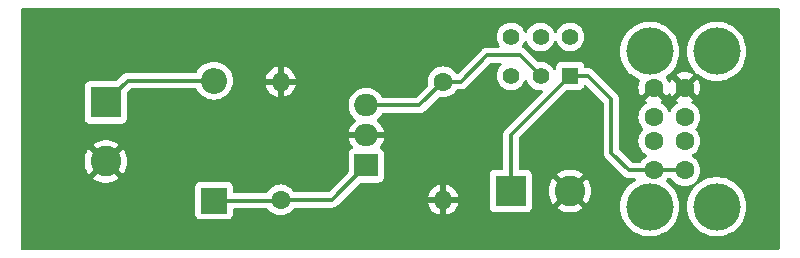
<source format=gbr>
%TF.GenerationSoftware,KiCad,Pcbnew,7.0.9*%
%TF.CreationDate,2023-12-13T20:57:07-06:00*%
%TF.ProjectId,12V to 5V converter,31325620-746f-4203-9556-20636f6e7665,1.0*%
%TF.SameCoordinates,Original*%
%TF.FileFunction,Copper,L1,Top*%
%TF.FilePolarity,Positive*%
%FSLAX46Y46*%
G04 Gerber Fmt 4.6, Leading zero omitted, Abs format (unit mm)*
G04 Created by KiCad (PCBNEW 7.0.9) date 2023-12-13 20:57:07*
%MOMM*%
%LPD*%
G01*
G04 APERTURE LIST*
%TA.AperFunction,ComponentPad*%
%ADD10C,1.600000*%
%TD*%
%TA.AperFunction,ComponentPad*%
%ADD11C,4.000000*%
%TD*%
%TA.AperFunction,ComponentPad*%
%ADD12R,2.600000X2.600000*%
%TD*%
%TA.AperFunction,ComponentPad*%
%ADD13C,2.600000*%
%TD*%
%TA.AperFunction,ComponentPad*%
%ADD14O,1.600000X1.600000*%
%TD*%
%TA.AperFunction,ComponentPad*%
%ADD15R,1.400000X1.400000*%
%TD*%
%TA.AperFunction,ComponentPad*%
%ADD16C,1.400000*%
%TD*%
%TA.AperFunction,ComponentPad*%
%ADD17R,2.000000X1.905000*%
%TD*%
%TA.AperFunction,ComponentPad*%
%ADD18O,2.000000X1.905000*%
%TD*%
%TA.AperFunction,ComponentPad*%
%ADD19R,2.200000X2.200000*%
%TD*%
%TA.AperFunction,ComponentPad*%
%ADD20O,2.200000X2.200000*%
%TD*%
%TA.AperFunction,Conductor*%
%ADD21C,0.300000*%
%TD*%
%TA.AperFunction,Conductor*%
%ADD22C,0.250000*%
%TD*%
G04 APERTURE END LIST*
D10*
%TO.P,J3,1A,VBUS1*%
%TO.N,Net-(J2-Pin_1)*%
X154095300Y-96500000D03*
%TO.P,J3,1B,VBUS2*%
X156715300Y-96500000D03*
%TO.P,J3,2A,D-1*%
%TO.N,unconnected-(J4-D-1-Pad2A)*%
X154095300Y-94000000D03*
%TO.P,J3,2B,D-2*%
%TO.N,unconnected-(J4-D-2-Pad2B)*%
X156715300Y-94000000D03*
%TO.P,J3,3A,D+1*%
%TO.N,unconnected-(J4-D+1-Pad3A)*%
X154095300Y-92000000D03*
%TO.P,J3,3B,D+2*%
%TO.N,unconnected-(J4-D+2-Pad3B)*%
X156715300Y-92000000D03*
%TO.P,J3,4A,GND1*%
%TO.N,GND*%
X154095300Y-89500000D03*
%TO.P,J3,4B,GND2*%
X156715300Y-89500000D03*
D11*
%TO.P,J3,9,SHIELD*%
%TO.N,unconnected-(J4-SHIELD-Pad10)*%
X159425300Y-99570000D03*
%TO.P,J3,10,SHIELD*%
X159425300Y-86430000D03*
%TO.P,J3,11,SHIELD*%
X153745300Y-99570000D03*
%TO.P,J3,12,SHIELD*%
X153745300Y-86430000D03*
%TD*%
D12*
%TO.P,J2,1,Pin_1*%
%TO.N,Net-(J2-Pin_1)*%
X141985000Y-98250000D03*
D13*
%TO.P,J2,2,Pin_2*%
%TO.N,GND*%
X146985000Y-98250000D03*
%TD*%
D12*
%TO.P,J1,1,Pin_1*%
%TO.N,Net-(D1-A)*%
X107695000Y-90750000D03*
D13*
%TO.P,J1,2,Pin_2*%
%TO.N,GND*%
X107695000Y-95750000D03*
%TD*%
D10*
%TO.P,C1,1*%
%TO.N,Net-(D1-K)*%
X122500000Y-99000000D03*
D14*
%TO.P,C1,2*%
%TO.N,GND*%
X122500000Y-89000000D03*
%TD*%
D15*
%TO.P,SW1,1,A*%
%TO.N,Net-(J2-Pin_1)*%
X147000000Y-88500000D03*
D16*
%TO.P,SW1,2,B*%
%TO.N,Net-(SW1-B)*%
X144500000Y-88500000D03*
%TO.P,SW1,3,C*%
%TO.N,unconnected-(SW1-C-Pad3)*%
X142000000Y-88500000D03*
%TO.P,SW1,4*%
%TO.N,N/C*%
X147000000Y-85200000D03*
%TO.P,SW1,5*%
X144500000Y-85200000D03*
%TO.P,SW1,6*%
X142000000Y-85200000D03*
%TD*%
D17*
%TO.P,U1,1,VI*%
%TO.N,Net-(D1-K)*%
X129750000Y-96080000D03*
D18*
%TO.P,U1,2,GND*%
%TO.N,GND*%
X129750000Y-93540000D03*
%TO.P,U1,3,VO*%
%TO.N,Net-(SW1-B)*%
X129750000Y-91000000D03*
%TD*%
D19*
%TO.P,D1,1,K*%
%TO.N,Net-(D1-K)*%
X116840000Y-99060000D03*
D20*
%TO.P,D1,2,A*%
%TO.N,Net-(D1-A)*%
X116840000Y-88900000D03*
%TD*%
D10*
%TO.P,C2,1*%
%TO.N,Net-(SW1-B)*%
X136250000Y-89000000D03*
D14*
%TO.P,C2,2*%
%TO.N,GND*%
X136250000Y-99000000D03*
%TD*%
D21*
%TO.N,Net-(D1-K)*%
X116840000Y-99060000D02*
X122440000Y-99060000D01*
X122500000Y-99000000D02*
X126830000Y-99000000D01*
D22*
X122440000Y-99060000D02*
X122500000Y-99000000D01*
D21*
X126830000Y-99000000D02*
X129750000Y-96080000D01*
%TO.N,Net-(SW1-B)*%
X136250000Y-89000000D02*
X137750000Y-89000000D01*
X142750000Y-86750000D02*
X144500000Y-88500000D01*
X137750000Y-89000000D02*
X140000000Y-86750000D01*
X140000000Y-86750000D02*
X142750000Y-86750000D01*
X134250000Y-91000000D02*
X136250000Y-89000000D01*
X129750000Y-91000000D02*
X134250000Y-91000000D01*
%TO.N,Net-(D1-A)*%
X116840000Y-88900000D02*
X109545000Y-88900000D01*
X109545000Y-88900000D02*
X107695000Y-90750000D01*
%TO.N,Net-(J2-Pin_1)*%
X141985000Y-98250000D02*
X141985000Y-93515000D01*
X152000000Y-96500000D02*
X154095300Y-96500000D01*
X150500000Y-95000000D02*
X152000000Y-96500000D01*
X148500000Y-88500000D02*
X150500000Y-90500000D01*
X154095300Y-96500000D02*
X156715300Y-96500000D01*
X141985000Y-93515000D02*
X147000000Y-88500000D01*
X150500000Y-90500000D02*
X150500000Y-95000000D01*
X147000000Y-88500000D02*
X148500000Y-88500000D01*
%TD*%
%TA.AperFunction,Conductor*%
%TO.N,GND*%
G36*
X155174325Y-90225472D02*
G01*
X155225436Y-90152478D01*
X155292918Y-90007763D01*
X155339090Y-89955323D01*
X155406283Y-89936171D01*
X155473165Y-89956386D01*
X155517682Y-90007762D01*
X155585165Y-90152481D01*
X155585166Y-90152483D01*
X155636273Y-90225471D01*
X155636274Y-90225472D01*
X156261520Y-89600225D01*
X156261767Y-89603516D01*
X156312428Y-89732598D01*
X156398886Y-89841013D01*
X156513459Y-89919127D01*
X156617601Y-89951250D01*
X155989826Y-90579025D01*
X155989826Y-90579026D01*
X156062812Y-90630131D01*
X156062815Y-90630132D01*
X156078274Y-90637341D01*
X156130714Y-90683513D01*
X156149867Y-90750706D01*
X156129652Y-90817587D01*
X156078278Y-90862105D01*
X156062569Y-90869430D01*
X156062565Y-90869432D01*
X155876158Y-90999954D01*
X155715254Y-91160858D01*
X155584732Y-91347265D01*
X155584731Y-91347267D01*
X155517682Y-91491054D01*
X155471509Y-91543493D01*
X155404316Y-91562645D01*
X155337435Y-91542429D01*
X155292918Y-91491054D01*
X155268310Y-91438282D01*
X155225868Y-91347266D01*
X155095347Y-91160861D01*
X155095345Y-91160858D01*
X154934441Y-90999954D01*
X154748034Y-90869432D01*
X154748030Y-90869430D01*
X154732322Y-90862105D01*
X154679883Y-90815931D01*
X154660733Y-90748737D01*
X154680950Y-90681857D01*
X154732328Y-90637340D01*
X154747781Y-90630134D01*
X154820772Y-90579025D01*
X154192320Y-89950572D01*
X154232419Y-89944529D01*
X154357354Y-89884363D01*
X154459005Y-89790045D01*
X154528339Y-89669955D01*
X154545150Y-89596297D01*
X155174325Y-90225472D01*
G37*
%TD.AperFunction*%
%TA.AperFunction,Conductor*%
G36*
X164693039Y-82769685D02*
G01*
X164738794Y-82822489D01*
X164750000Y-82874000D01*
X164750000Y-103126000D01*
X164730315Y-103193039D01*
X164677511Y-103238794D01*
X164626000Y-103250000D01*
X100624000Y-103250000D01*
X100556961Y-103230315D01*
X100511206Y-103177511D01*
X100500000Y-103126000D01*
X100500000Y-100207870D01*
X115239500Y-100207870D01*
X115239501Y-100207876D01*
X115245908Y-100267483D01*
X115296202Y-100402328D01*
X115296206Y-100402335D01*
X115382452Y-100517544D01*
X115382455Y-100517547D01*
X115497664Y-100603793D01*
X115497671Y-100603797D01*
X115632517Y-100654091D01*
X115632516Y-100654091D01*
X115639444Y-100654835D01*
X115692127Y-100660500D01*
X117987872Y-100660499D01*
X118047483Y-100654091D01*
X118182331Y-100603796D01*
X118297546Y-100517546D01*
X118383796Y-100402331D01*
X118434091Y-100267483D01*
X118440500Y-100207873D01*
X118440500Y-99834500D01*
X118460185Y-99767461D01*
X118512989Y-99721706D01*
X118564500Y-99710500D01*
X121345329Y-99710500D01*
X121412368Y-99730185D01*
X121446904Y-99763377D01*
X121499954Y-99839141D01*
X121660858Y-100000045D01*
X121674778Y-100009792D01*
X121847266Y-100130568D01*
X122053504Y-100226739D01*
X122273308Y-100285635D01*
X122435230Y-100299801D01*
X122499998Y-100305468D01*
X122500000Y-100305468D01*
X122500002Y-100305468D01*
X122556673Y-100300509D01*
X122726692Y-100285635D01*
X122946496Y-100226739D01*
X123152734Y-100130568D01*
X123339139Y-100000047D01*
X123500047Y-99839139D01*
X123595108Y-99703377D01*
X123649685Y-99659752D01*
X123696683Y-99650500D01*
X126744495Y-99650500D01*
X126760505Y-99652267D01*
X126760528Y-99652026D01*
X126768289Y-99652758D01*
X126768296Y-99652760D01*
X126840203Y-99650500D01*
X126870925Y-99650500D01*
X126878190Y-99649581D01*
X126884016Y-99649122D01*
X126932569Y-99647597D01*
X126952956Y-99641673D01*
X126971996Y-99637731D01*
X126993058Y-99635071D01*
X127038235Y-99617183D01*
X127043735Y-99615300D01*
X127090398Y-99601744D01*
X127108665Y-99590939D01*
X127126136Y-99582380D01*
X127145871Y-99574568D01*
X127185177Y-99546010D01*
X127190043Y-99542813D01*
X127231865Y-99518081D01*
X127246870Y-99503075D01*
X127261668Y-99490436D01*
X127278837Y-99477963D01*
X127309809Y-99440522D01*
X127313713Y-99436231D01*
X127999945Y-98749999D01*
X134971127Y-98749999D01*
X134971128Y-98750000D01*
X135934314Y-98750000D01*
X135922359Y-98761955D01*
X135864835Y-98874852D01*
X135845014Y-99000000D01*
X135864835Y-99125148D01*
X135922359Y-99238045D01*
X135934314Y-99250000D01*
X134971128Y-99250000D01*
X135023730Y-99446317D01*
X135023734Y-99446326D01*
X135119865Y-99652482D01*
X135250342Y-99838820D01*
X135411179Y-99999657D01*
X135597517Y-100130134D01*
X135803673Y-100226265D01*
X135803682Y-100226269D01*
X135999999Y-100278872D01*
X136000000Y-100278871D01*
X136000000Y-99315686D01*
X136011955Y-99327641D01*
X136124852Y-99385165D01*
X136218519Y-99400000D01*
X136281481Y-99400000D01*
X136375148Y-99385165D01*
X136488045Y-99327641D01*
X136500000Y-99315686D01*
X136500000Y-100278872D01*
X136696317Y-100226269D01*
X136696326Y-100226265D01*
X136902482Y-100130134D01*
X137088820Y-99999657D01*
X137249657Y-99838820D01*
X137380134Y-99652482D01*
X137476265Y-99446326D01*
X137476269Y-99446317D01*
X137528872Y-99250000D01*
X136565686Y-99250000D01*
X136577641Y-99238045D01*
X136635165Y-99125148D01*
X136654986Y-99000000D01*
X136635165Y-98874852D01*
X136577641Y-98761955D01*
X136565686Y-98750000D01*
X137528872Y-98750000D01*
X137528872Y-98749999D01*
X137476269Y-98553682D01*
X137476265Y-98553673D01*
X137380134Y-98347517D01*
X137249657Y-98161179D01*
X137088820Y-98000342D01*
X136902482Y-97869865D01*
X136696328Y-97773734D01*
X136500000Y-97721127D01*
X136500000Y-98684314D01*
X136488045Y-98672359D01*
X136375148Y-98614835D01*
X136281481Y-98600000D01*
X136218519Y-98600000D01*
X136124852Y-98614835D01*
X136011955Y-98672359D01*
X136000000Y-98684314D01*
X136000000Y-97721127D01*
X135803671Y-97773734D01*
X135597517Y-97869865D01*
X135411179Y-98000342D01*
X135250342Y-98161179D01*
X135119865Y-98347517D01*
X135023734Y-98553673D01*
X135023730Y-98553682D01*
X134971127Y-98749999D01*
X127999945Y-98749999D01*
X129180627Y-97569318D01*
X129241950Y-97535833D01*
X129268308Y-97532999D01*
X130797871Y-97532999D01*
X130797872Y-97532999D01*
X130857483Y-97526591D01*
X130992331Y-97476296D01*
X131107546Y-97390046D01*
X131193796Y-97274831D01*
X131244091Y-97139983D01*
X131250500Y-97080373D01*
X131250499Y-95079628D01*
X131244091Y-95020017D01*
X131213610Y-94938294D01*
X131193797Y-94885171D01*
X131193793Y-94885164D01*
X131107547Y-94769955D01*
X131107544Y-94769952D01*
X130992335Y-94683706D01*
X130992326Y-94683701D01*
X130961196Y-94672091D01*
X130905262Y-94630221D01*
X130880844Y-94564757D01*
X130895695Y-94496484D01*
X130906675Y-94479746D01*
X131017653Y-94337162D01*
X131017655Y-94337159D01*
X131132215Y-94125468D01*
X131132221Y-94125454D01*
X131210380Y-93897791D01*
X131228367Y-93790000D01*
X130244852Y-93790000D01*
X130293559Y-93652953D01*
X130303877Y-93502114D01*
X130273116Y-93354085D01*
X130239910Y-93290000D01*
X131228366Y-93290000D01*
X131228366Y-93289999D01*
X131210380Y-93182208D01*
X131132221Y-92954545D01*
X131132215Y-92954531D01*
X131017655Y-92742840D01*
X131017649Y-92742831D01*
X130869806Y-92552883D01*
X130869797Y-92552873D01*
X130692710Y-92389851D01*
X130692704Y-92389847D01*
X130668611Y-92374106D01*
X130623255Y-92320959D01*
X130613832Y-92251728D01*
X130643335Y-92188392D01*
X130668608Y-92166493D01*
X130693010Y-92150551D01*
X130870171Y-91987463D01*
X131018072Y-91797439D01*
X131062424Y-91715482D01*
X131111643Y-91665892D01*
X131171479Y-91650500D01*
X134164495Y-91650500D01*
X134180505Y-91652267D01*
X134180528Y-91652026D01*
X134188289Y-91652758D01*
X134188296Y-91652760D01*
X134260203Y-91650500D01*
X134290925Y-91650500D01*
X134298190Y-91649581D01*
X134304016Y-91649122D01*
X134352569Y-91647597D01*
X134372956Y-91641673D01*
X134391996Y-91637731D01*
X134413058Y-91635071D01*
X134458235Y-91617183D01*
X134463735Y-91615300D01*
X134510398Y-91601744D01*
X134528665Y-91590939D01*
X134546136Y-91582380D01*
X134565871Y-91574568D01*
X134605177Y-91546010D01*
X134610043Y-91542813D01*
X134651865Y-91518081D01*
X134666870Y-91503075D01*
X134681668Y-91490436D01*
X134698837Y-91477963D01*
X134729809Y-91440522D01*
X134733723Y-91436221D01*
X135863062Y-90306882D01*
X135924383Y-90273399D01*
X135982834Y-90274790D01*
X136023308Y-90285635D01*
X136185230Y-90299801D01*
X136249998Y-90305468D01*
X136250000Y-90305468D01*
X136250002Y-90305468D01*
X136306673Y-90300509D01*
X136476692Y-90285635D01*
X136696496Y-90226739D01*
X136902734Y-90130568D01*
X137089139Y-90000047D01*
X137250047Y-89839139D01*
X137345108Y-89703377D01*
X137399685Y-89659752D01*
X137446683Y-89650500D01*
X137664495Y-89650500D01*
X137680505Y-89652267D01*
X137680528Y-89652026D01*
X137688289Y-89652758D01*
X137688296Y-89652760D01*
X137760203Y-89650500D01*
X137790925Y-89650500D01*
X137798190Y-89649581D01*
X137804016Y-89649122D01*
X137852569Y-89647597D01*
X137872956Y-89641673D01*
X137891996Y-89637731D01*
X137913058Y-89635071D01*
X137958235Y-89617183D01*
X137963735Y-89615300D01*
X138010398Y-89601744D01*
X138028665Y-89590939D01*
X138046136Y-89582380D01*
X138065871Y-89574568D01*
X138105177Y-89546010D01*
X138110043Y-89542813D01*
X138151865Y-89518081D01*
X138166870Y-89503075D01*
X138181668Y-89490436D01*
X138198837Y-89477963D01*
X138229809Y-89440522D01*
X138233713Y-89436231D01*
X140233127Y-87436819D01*
X140294450Y-87403334D01*
X140320808Y-87400500D01*
X141104051Y-87400500D01*
X141171090Y-87420185D01*
X141216845Y-87472989D01*
X141226789Y-87542147D01*
X141197764Y-87605703D01*
X141187590Y-87616137D01*
X141109018Y-87687764D01*
X140974943Y-87865308D01*
X140974938Y-87865316D01*
X140875775Y-88064461D01*
X140875769Y-88064476D01*
X140814885Y-88278462D01*
X140814884Y-88278464D01*
X140794357Y-88499999D01*
X140794357Y-88500000D01*
X140814884Y-88721535D01*
X140814885Y-88721537D01*
X140875769Y-88935523D01*
X140875775Y-88935538D01*
X140974938Y-89134683D01*
X140974943Y-89134691D01*
X141109020Y-89312238D01*
X141273437Y-89462123D01*
X141273439Y-89462125D01*
X141462595Y-89579245D01*
X141462596Y-89579245D01*
X141462599Y-89579247D01*
X141670060Y-89659618D01*
X141888757Y-89700500D01*
X141888759Y-89700500D01*
X142111241Y-89700500D01*
X142111243Y-89700500D01*
X142329940Y-89659618D01*
X142537401Y-89579247D01*
X142726562Y-89462124D01*
X142866282Y-89334751D01*
X142890979Y-89312238D01*
X142906688Y-89291437D01*
X143025058Y-89134689D01*
X143124229Y-88935528D01*
X143130734Y-88912661D01*
X143168012Y-88853571D01*
X143231322Y-88824013D01*
X143300561Y-88833375D01*
X143353748Y-88878684D01*
X143369264Y-88912658D01*
X143375770Y-88935523D01*
X143375772Y-88935530D01*
X143375775Y-88935538D01*
X143474938Y-89134683D01*
X143474943Y-89134691D01*
X143609020Y-89312238D01*
X143773437Y-89462123D01*
X143773439Y-89462125D01*
X143962595Y-89579245D01*
X143962596Y-89579245D01*
X143962599Y-89579247D01*
X144170060Y-89659618D01*
X144388757Y-89700500D01*
X144388759Y-89700500D01*
X144580191Y-89700500D01*
X144647230Y-89720185D01*
X144692985Y-89772989D01*
X144702929Y-89842147D01*
X144673904Y-89905703D01*
X144667872Y-89912181D01*
X141585483Y-92994569D01*
X141572910Y-93004643D01*
X141573065Y-93004830D01*
X141567059Y-93009798D01*
X141551508Y-93026359D01*
X141517809Y-93062244D01*
X141506949Y-93073104D01*
X141496088Y-93083965D01*
X141496078Y-93083977D01*
X141491587Y-93089765D01*
X141487801Y-93094197D01*
X141454552Y-93129606D01*
X141444322Y-93148213D01*
X141433646Y-93164464D01*
X141420640Y-93181232D01*
X141420636Y-93181238D01*
X141401348Y-93225811D01*
X141398777Y-93231058D01*
X141375372Y-93273630D01*
X141375372Y-93273631D01*
X141370091Y-93294199D01*
X141363791Y-93312601D01*
X141355364Y-93332073D01*
X141347766Y-93380047D01*
X141346581Y-93385770D01*
X141334500Y-93432818D01*
X141334500Y-93454044D01*
X141332973Y-93473444D01*
X141329653Y-93494403D01*
X141334225Y-93542767D01*
X141334500Y-93548606D01*
X141334500Y-96325500D01*
X141314815Y-96392539D01*
X141262011Y-96438294D01*
X141210500Y-96449500D01*
X140637129Y-96449500D01*
X140637123Y-96449501D01*
X140577516Y-96455908D01*
X140442671Y-96506202D01*
X140442664Y-96506206D01*
X140327455Y-96592452D01*
X140327452Y-96592455D01*
X140241206Y-96707664D01*
X140241202Y-96707671D01*
X140190908Y-96842517D01*
X140184781Y-96899510D01*
X140184501Y-96902123D01*
X140184500Y-96902135D01*
X140184500Y-99597870D01*
X140184501Y-99597876D01*
X140190908Y-99657483D01*
X140241202Y-99792328D01*
X140241206Y-99792335D01*
X140327452Y-99907544D01*
X140327455Y-99907547D01*
X140442664Y-99993793D01*
X140442671Y-99993797D01*
X140577517Y-100044091D01*
X140577516Y-100044091D01*
X140584444Y-100044835D01*
X140637127Y-100050500D01*
X143332872Y-100050499D01*
X143392483Y-100044091D01*
X143527331Y-99993796D01*
X143642546Y-99907546D01*
X143728796Y-99792331D01*
X143779091Y-99657483D01*
X143785500Y-99597873D01*
X143785500Y-98250004D01*
X145179953Y-98250004D01*
X145200113Y-98519026D01*
X145200113Y-98519028D01*
X145260142Y-98782033D01*
X145260148Y-98782052D01*
X145358709Y-99033181D01*
X145358708Y-99033181D01*
X145493602Y-99266822D01*
X145547294Y-99334151D01*
X146382452Y-98498992D01*
X146392188Y-98528956D01*
X146480186Y-98667619D01*
X146599903Y-98780040D01*
X146734510Y-98854041D01*
X145899848Y-99688702D01*
X146082483Y-99813220D01*
X146082485Y-99813221D01*
X146325539Y-99930269D01*
X146325537Y-99930269D01*
X146583337Y-100009790D01*
X146583343Y-100009792D01*
X146850101Y-100049999D01*
X146850110Y-100050000D01*
X147119890Y-100050000D01*
X147119898Y-100049999D01*
X147386656Y-100009792D01*
X147386662Y-100009790D01*
X147644461Y-99930269D01*
X147887521Y-99813218D01*
X148070150Y-99688702D01*
X147232534Y-98851086D01*
X147300629Y-98824126D01*
X147433492Y-98727595D01*
X147538175Y-98601055D01*
X147586631Y-98498079D01*
X148422703Y-99334151D01*
X148422704Y-99334150D01*
X148476393Y-99266828D01*
X148476400Y-99266817D01*
X148611290Y-99033181D01*
X148709851Y-98782052D01*
X148709857Y-98782033D01*
X148769886Y-98519028D01*
X148769886Y-98519026D01*
X148790047Y-98250004D01*
X148790047Y-98249995D01*
X148769886Y-97980973D01*
X148769886Y-97980971D01*
X148709857Y-97717966D01*
X148709851Y-97717947D01*
X148611290Y-97466818D01*
X148611291Y-97466818D01*
X148476397Y-97233177D01*
X148422704Y-97165847D01*
X147587546Y-98001004D01*
X147577812Y-97971044D01*
X147489814Y-97832381D01*
X147370097Y-97719960D01*
X147235489Y-97645958D01*
X148070150Y-96811296D01*
X147887517Y-96686779D01*
X147887516Y-96686778D01*
X147644460Y-96569730D01*
X147644462Y-96569730D01*
X147386662Y-96490209D01*
X147386656Y-96490207D01*
X147119898Y-96450000D01*
X146850101Y-96450000D01*
X146583343Y-96490207D01*
X146583337Y-96490209D01*
X146325538Y-96569730D01*
X146082485Y-96686778D01*
X146082476Y-96686783D01*
X145899848Y-96811296D01*
X146737465Y-97648913D01*
X146669371Y-97675874D01*
X146536508Y-97772405D01*
X146431825Y-97898945D01*
X146383368Y-98001921D01*
X145547295Y-97165848D01*
X145493600Y-97233180D01*
X145358709Y-97466818D01*
X145260148Y-97717947D01*
X145260142Y-97717966D01*
X145200113Y-97980971D01*
X145200113Y-97980973D01*
X145179953Y-98249995D01*
X145179953Y-98250004D01*
X143785500Y-98250004D01*
X143785499Y-96902128D01*
X143779091Y-96842517D01*
X143775970Y-96834150D01*
X143728797Y-96707671D01*
X143728793Y-96707664D01*
X143642547Y-96592455D01*
X143642544Y-96592452D01*
X143527335Y-96506206D01*
X143527328Y-96506202D01*
X143392482Y-96455908D01*
X143392483Y-96455908D01*
X143332883Y-96449501D01*
X143332881Y-96449500D01*
X143332873Y-96449500D01*
X143332865Y-96449500D01*
X142759500Y-96449500D01*
X142692461Y-96429815D01*
X142646706Y-96377011D01*
X142635500Y-96325500D01*
X142635500Y-93835807D01*
X142655185Y-93768768D01*
X142671814Y-93748131D01*
X146683127Y-89736817D01*
X146744450Y-89703333D01*
X146770808Y-89700499D01*
X147747871Y-89700499D01*
X147747872Y-89700499D01*
X147807483Y-89694091D01*
X147942331Y-89643796D01*
X148057546Y-89557546D01*
X148143796Y-89442331D01*
X148179214Y-89347371D01*
X148221085Y-89291437D01*
X148286549Y-89267020D01*
X148354822Y-89281871D01*
X148383077Y-89303023D01*
X149813181Y-90733127D01*
X149846666Y-90794450D01*
X149849500Y-90820808D01*
X149849500Y-94914494D01*
X149847732Y-94930505D01*
X149847974Y-94930528D01*
X149847240Y-94938294D01*
X149849500Y-95010203D01*
X149849500Y-95040920D01*
X149849501Y-95040940D01*
X149850418Y-95048206D01*
X149850876Y-95054024D01*
X149852402Y-95102567D01*
X149852403Y-95102570D01*
X149858323Y-95122948D01*
X149862268Y-95141996D01*
X149864928Y-95163054D01*
X149864931Y-95163064D01*
X149882813Y-95208230D01*
X149884705Y-95213758D01*
X149898254Y-95260395D01*
X149898255Y-95260397D01*
X149909060Y-95278666D01*
X149917617Y-95296134D01*
X149923226Y-95310300D01*
X149925432Y-95315872D01*
X149953983Y-95355170D01*
X149957188Y-95360049D01*
X149981919Y-95401865D01*
X149981923Y-95401869D01*
X149996925Y-95416871D01*
X150009563Y-95431669D01*
X150022033Y-95448833D01*
X150022036Y-95448836D01*
X150022037Y-95448837D01*
X150059476Y-95479809D01*
X150063776Y-95483722D01*
X150807649Y-96227595D01*
X151479564Y-96899510D01*
X151489635Y-96912080D01*
X151489822Y-96911926D01*
X151494796Y-96917937D01*
X151494798Y-96917940D01*
X151523345Y-96944748D01*
X151547243Y-96967190D01*
X151568967Y-96988913D01*
X151574757Y-96993405D01*
X151579197Y-96997197D01*
X151608498Y-97024711D01*
X151614607Y-97030448D01*
X151614609Y-97030449D01*
X151633205Y-97040672D01*
X151649470Y-97051357D01*
X151666232Y-97064360D01*
X151666235Y-97064361D01*
X151666236Y-97064362D01*
X151710823Y-97083656D01*
X151716059Y-97086221D01*
X151758632Y-97109627D01*
X151774340Y-97113659D01*
X151779186Y-97114904D01*
X151797598Y-97121207D01*
X151817073Y-97129635D01*
X151865071Y-97137237D01*
X151870740Y-97138411D01*
X151917823Y-97150500D01*
X151939051Y-97150500D01*
X151958448Y-97152026D01*
X151979403Y-97155345D01*
X151979404Y-97155346D01*
X151979404Y-97155345D01*
X151979405Y-97155346D01*
X152027761Y-97150775D01*
X152033599Y-97150500D01*
X152472994Y-97150500D01*
X152540033Y-97170185D01*
X152585788Y-97222989D01*
X152595732Y-97292147D01*
X152566707Y-97355703D01*
X152532733Y-97383161D01*
X152520210Y-97390046D01*
X152402816Y-97454584D01*
X152402804Y-97454591D01*
X152148278Y-97639515D01*
X152148268Y-97639523D01*
X151918908Y-97854907D01*
X151918906Y-97854909D01*
X151718354Y-98097334D01*
X151718351Y-98097338D01*
X151549764Y-98362990D01*
X151549761Y-98362996D01*
X151415799Y-98647678D01*
X151415797Y-98647683D01*
X151318570Y-98946916D01*
X151259611Y-99255988D01*
X151259610Y-99255995D01*
X151239856Y-99569994D01*
X151239856Y-99570005D01*
X151259610Y-99884004D01*
X151259611Y-99884011D01*
X151259612Y-99884015D01*
X151306644Y-100130568D01*
X151318570Y-100193083D01*
X151415797Y-100492316D01*
X151415799Y-100492321D01*
X151549761Y-100777003D01*
X151549764Y-100777009D01*
X151718351Y-101042661D01*
X151718354Y-101042665D01*
X151918906Y-101285090D01*
X151918908Y-101285092D01*
X152148268Y-101500476D01*
X152148278Y-101500484D01*
X152402804Y-101685408D01*
X152402809Y-101685410D01*
X152402816Y-101685416D01*
X152678534Y-101836994D01*
X152678539Y-101836996D01*
X152678541Y-101836997D01*
X152678542Y-101836998D01*
X152971071Y-101952818D01*
X152971074Y-101952819D01*
X153275823Y-102031065D01*
X153275827Y-102031066D01*
X153341310Y-102039338D01*
X153587970Y-102070499D01*
X153587979Y-102070499D01*
X153587982Y-102070500D01*
X153587984Y-102070500D01*
X153902616Y-102070500D01*
X153902618Y-102070500D01*
X153902621Y-102070499D01*
X153902629Y-102070499D01*
X154088893Y-102046968D01*
X154214773Y-102031066D01*
X154519525Y-101952819D01*
X154519528Y-101952818D01*
X154812057Y-101836998D01*
X154812058Y-101836997D01*
X154812056Y-101836997D01*
X154812066Y-101836994D01*
X155087784Y-101685416D01*
X155342330Y-101500478D01*
X155571690Y-101285094D01*
X155772247Y-101042663D01*
X155940837Y-100777007D01*
X156074803Y-100492315D01*
X156172031Y-100193079D01*
X156230988Y-99884015D01*
X156230989Y-99884004D01*
X156250744Y-99570005D01*
X156919856Y-99570005D01*
X156939610Y-99884004D01*
X156939611Y-99884011D01*
X156939612Y-99884015D01*
X156986644Y-100130568D01*
X156998570Y-100193083D01*
X157095797Y-100492316D01*
X157095799Y-100492321D01*
X157229761Y-100777003D01*
X157229764Y-100777009D01*
X157398351Y-101042661D01*
X157398354Y-101042665D01*
X157598906Y-101285090D01*
X157598908Y-101285092D01*
X157828268Y-101500476D01*
X157828278Y-101500484D01*
X158082804Y-101685408D01*
X158082809Y-101685410D01*
X158082816Y-101685416D01*
X158358534Y-101836994D01*
X158358539Y-101836996D01*
X158358541Y-101836997D01*
X158358542Y-101836998D01*
X158651071Y-101952818D01*
X158651074Y-101952819D01*
X158955823Y-102031065D01*
X158955827Y-102031066D01*
X159021310Y-102039338D01*
X159267970Y-102070499D01*
X159267979Y-102070499D01*
X159267982Y-102070500D01*
X159267984Y-102070500D01*
X159582616Y-102070500D01*
X159582618Y-102070500D01*
X159582621Y-102070499D01*
X159582629Y-102070499D01*
X159768893Y-102046968D01*
X159894773Y-102031066D01*
X160199525Y-101952819D01*
X160199528Y-101952818D01*
X160492057Y-101836998D01*
X160492058Y-101836997D01*
X160492056Y-101836997D01*
X160492066Y-101836994D01*
X160767784Y-101685416D01*
X161022330Y-101500478D01*
X161251690Y-101285094D01*
X161452247Y-101042663D01*
X161620837Y-100777007D01*
X161754803Y-100492315D01*
X161852031Y-100193079D01*
X161910988Y-99884015D01*
X161910989Y-99884004D01*
X161930744Y-99570005D01*
X161930744Y-99569994D01*
X161910989Y-99255995D01*
X161910988Y-99255988D01*
X161910988Y-99255985D01*
X161852031Y-98946921D01*
X161754803Y-98647685D01*
X161620837Y-98362993D01*
X161549129Y-98249999D01*
X161452248Y-98097338D01*
X161452245Y-98097334D01*
X161251693Y-97854909D01*
X161251691Y-97854907D01*
X161115209Y-97726741D01*
X161022330Y-97639522D01*
X161022327Y-97639520D01*
X161022321Y-97639515D01*
X160767795Y-97454591D01*
X160767788Y-97454586D01*
X160767784Y-97454584D01*
X160492066Y-97303006D01*
X160492063Y-97303004D01*
X160492058Y-97303002D01*
X160492057Y-97303001D01*
X160199528Y-97187181D01*
X160199525Y-97187180D01*
X159894776Y-97108934D01*
X159894763Y-97108932D01*
X159582629Y-97069500D01*
X159582618Y-97069500D01*
X159267982Y-97069500D01*
X159267970Y-97069500D01*
X158955836Y-97108932D01*
X158955823Y-97108934D01*
X158651074Y-97187180D01*
X158651071Y-97187181D01*
X158358542Y-97303001D01*
X158358541Y-97303002D01*
X158082816Y-97454584D01*
X158082804Y-97454591D01*
X157828278Y-97639515D01*
X157828268Y-97639523D01*
X157598908Y-97854907D01*
X157598906Y-97854909D01*
X157398354Y-98097334D01*
X157398351Y-98097338D01*
X157229764Y-98362990D01*
X157229761Y-98362996D01*
X157095799Y-98647678D01*
X157095797Y-98647683D01*
X156998570Y-98946916D01*
X156939611Y-99255988D01*
X156939610Y-99255995D01*
X156919856Y-99569994D01*
X156919856Y-99570005D01*
X156250744Y-99570005D01*
X156250744Y-99569994D01*
X156230989Y-99255995D01*
X156230988Y-99255988D01*
X156230988Y-99255985D01*
X156172031Y-98946921D01*
X156074803Y-98647685D01*
X155940837Y-98362993D01*
X155869129Y-98249999D01*
X155772248Y-98097338D01*
X155772245Y-98097334D01*
X155571693Y-97854909D01*
X155571691Y-97854907D01*
X155435209Y-97726741D01*
X155342330Y-97639522D01*
X155342327Y-97639520D01*
X155342321Y-97639515D01*
X155137801Y-97490922D01*
X155095135Y-97435592D01*
X155089156Y-97365979D01*
X155109109Y-97319484D01*
X155190408Y-97203375D01*
X155244985Y-97159752D01*
X155291983Y-97150500D01*
X155518617Y-97150500D01*
X155585656Y-97170185D01*
X155620192Y-97203377D01*
X155715254Y-97339141D01*
X155876158Y-97500045D01*
X155890078Y-97509792D01*
X156062566Y-97630568D01*
X156268804Y-97726739D01*
X156488608Y-97785635D01*
X156650530Y-97799801D01*
X156715298Y-97805468D01*
X156715300Y-97805468D01*
X156715302Y-97805468D01*
X156771973Y-97800509D01*
X156941992Y-97785635D01*
X157161796Y-97726739D01*
X157368034Y-97630568D01*
X157554439Y-97500047D01*
X157715347Y-97339139D01*
X157845868Y-97152734D01*
X157942039Y-96946496D01*
X158000935Y-96726692D01*
X158020768Y-96500000D01*
X158019911Y-96490209D01*
X158000935Y-96273313D01*
X158000935Y-96273308D01*
X157942039Y-96053504D01*
X157845868Y-95847266D01*
X157715347Y-95660861D01*
X157715345Y-95660858D01*
X157554441Y-95499954D01*
X157368034Y-95369432D01*
X157352914Y-95362381D01*
X157300476Y-95316211D01*
X157281323Y-95249018D01*
X157301538Y-95182136D01*
X157352914Y-95137618D01*
X157368034Y-95130568D01*
X157554439Y-95000047D01*
X157715347Y-94839139D01*
X157845868Y-94652734D01*
X157942039Y-94446496D01*
X158000935Y-94226692D01*
X158020768Y-94000000D01*
X158019911Y-93990209D01*
X158000935Y-93773313D01*
X158000935Y-93773308D01*
X157942039Y-93553504D01*
X157845868Y-93347266D01*
X157715347Y-93160861D01*
X157642165Y-93087679D01*
X157608682Y-93026359D01*
X157613666Y-92956667D01*
X157642165Y-92912320D01*
X157715347Y-92839139D01*
X157845868Y-92652734D01*
X157942039Y-92446496D01*
X158000935Y-92226692D01*
X158020768Y-92000000D01*
X158000935Y-91773308D01*
X157950739Y-91585972D01*
X157942041Y-91553511D01*
X157942038Y-91553502D01*
X157889359Y-91440533D01*
X157845868Y-91347266D01*
X157715347Y-91160861D01*
X157715345Y-91160858D01*
X157554441Y-90999954D01*
X157368034Y-90869432D01*
X157368030Y-90869430D01*
X157352322Y-90862105D01*
X157299883Y-90815931D01*
X157280733Y-90748737D01*
X157300950Y-90681857D01*
X157352328Y-90637340D01*
X157367781Y-90630134D01*
X157440772Y-90579025D01*
X156812320Y-89950572D01*
X156852419Y-89944529D01*
X156977354Y-89884363D01*
X157079005Y-89790045D01*
X157148339Y-89669955D01*
X157165150Y-89596297D01*
X157794325Y-90225472D01*
X157845436Y-90152478D01*
X157941564Y-89946331D01*
X157941569Y-89946317D01*
X158000439Y-89726610D01*
X158000441Y-89726599D01*
X158020266Y-89500002D01*
X158020266Y-89499997D01*
X158000441Y-89273400D01*
X158000439Y-89273389D01*
X157941569Y-89053682D01*
X157941565Y-89053673D01*
X157845433Y-88847516D01*
X157845431Y-88847512D01*
X157794326Y-88774526D01*
X157794325Y-88774526D01*
X157169079Y-89399772D01*
X157168833Y-89396484D01*
X157118172Y-89267402D01*
X157031714Y-89158987D01*
X156917141Y-89080873D01*
X156812997Y-89048749D01*
X157440772Y-88420974D01*
X157440771Y-88420973D01*
X157367783Y-88369866D01*
X157367781Y-88369865D01*
X157161626Y-88273734D01*
X157161617Y-88273730D01*
X156941910Y-88214860D01*
X156941899Y-88214858D01*
X156715302Y-88195034D01*
X156715298Y-88195034D01*
X156488700Y-88214858D01*
X156488689Y-88214860D01*
X156268982Y-88273730D01*
X156268973Y-88273734D01*
X156062813Y-88369868D01*
X155989827Y-88420972D01*
X155989826Y-88420973D01*
X156618280Y-89049427D01*
X156578181Y-89055471D01*
X156453246Y-89115637D01*
X156351595Y-89209955D01*
X156282261Y-89330045D01*
X156265449Y-89403702D01*
X155636273Y-88774526D01*
X155636272Y-88774527D01*
X155585168Y-88847513D01*
X155517682Y-88992237D01*
X155471510Y-89044676D01*
X155404316Y-89063828D01*
X155337435Y-89043612D01*
X155292918Y-88992237D01*
X155225434Y-88847517D01*
X155108705Y-88680813D01*
X155086378Y-88614607D01*
X155103388Y-88546840D01*
X155137390Y-88509374D01*
X155342330Y-88360478D01*
X155571690Y-88145094D01*
X155772247Y-87902663D01*
X155940837Y-87637007D01*
X156074803Y-87352315D01*
X156172031Y-87053079D01*
X156230988Y-86744015D01*
X156250744Y-86430005D01*
X156919856Y-86430005D01*
X156939610Y-86744004D01*
X156939611Y-86744011D01*
X156998570Y-87053083D01*
X157095797Y-87352316D01*
X157095799Y-87352321D01*
X157229761Y-87637003D01*
X157229764Y-87637009D01*
X157398351Y-87902661D01*
X157398354Y-87902665D01*
X157598906Y-88145090D01*
X157598908Y-88145092D01*
X157598910Y-88145094D01*
X157766949Y-88302893D01*
X157828268Y-88360476D01*
X157828278Y-88360484D01*
X158082804Y-88545408D01*
X158082809Y-88545410D01*
X158082816Y-88545416D01*
X158358534Y-88696994D01*
X158358539Y-88696996D01*
X158358541Y-88696997D01*
X158358542Y-88696998D01*
X158651071Y-88812818D01*
X158651074Y-88812819D01*
X158907602Y-88878684D01*
X158955827Y-88891066D01*
X159021310Y-88899338D01*
X159267970Y-88930499D01*
X159267979Y-88930499D01*
X159267982Y-88930500D01*
X159267984Y-88930500D01*
X159582616Y-88930500D01*
X159582618Y-88930500D01*
X159582621Y-88930499D01*
X159582629Y-88930499D01*
X159824052Y-88900000D01*
X159894773Y-88891066D01*
X160199525Y-88812819D01*
X160199528Y-88812818D01*
X160492057Y-88696998D01*
X160492058Y-88696997D01*
X160492056Y-88696997D01*
X160492066Y-88696994D01*
X160767784Y-88545416D01*
X161022330Y-88360478D01*
X161251690Y-88145094D01*
X161452247Y-87902663D01*
X161620837Y-87637007D01*
X161754803Y-87352315D01*
X161852031Y-87053079D01*
X161910988Y-86744015D01*
X161930744Y-86430000D01*
X161925132Y-86340807D01*
X161910989Y-86115995D01*
X161910988Y-86115988D01*
X161910988Y-86115985D01*
X161852031Y-85806921D01*
X161754803Y-85507685D01*
X161620837Y-85222993D01*
X161465655Y-84978464D01*
X161452248Y-84957338D01*
X161452245Y-84957334D01*
X161251693Y-84714909D01*
X161251691Y-84714907D01*
X161022331Y-84499523D01*
X161022321Y-84499515D01*
X160767795Y-84314591D01*
X160767788Y-84314586D01*
X160767784Y-84314584D01*
X160492066Y-84163006D01*
X160492063Y-84163004D01*
X160492058Y-84163002D01*
X160492057Y-84163001D01*
X160199528Y-84047181D01*
X160199525Y-84047180D01*
X159894776Y-83968934D01*
X159894763Y-83968932D01*
X159582629Y-83929500D01*
X159582618Y-83929500D01*
X159267982Y-83929500D01*
X159267970Y-83929500D01*
X158955836Y-83968932D01*
X158955823Y-83968934D01*
X158651074Y-84047180D01*
X158651071Y-84047181D01*
X158358542Y-84163001D01*
X158358541Y-84163002D01*
X158082816Y-84314584D01*
X158082804Y-84314591D01*
X157828278Y-84499515D01*
X157828268Y-84499523D01*
X157598908Y-84714907D01*
X157598906Y-84714909D01*
X157398354Y-84957334D01*
X157398351Y-84957338D01*
X157229764Y-85222990D01*
X157229761Y-85222996D01*
X157095799Y-85507678D01*
X157095797Y-85507683D01*
X156998570Y-85806916D01*
X156939611Y-86115988D01*
X156939610Y-86115995D01*
X156919856Y-86429994D01*
X156919856Y-86430005D01*
X156250744Y-86430005D01*
X156250744Y-86430000D01*
X156245132Y-86340807D01*
X156230989Y-86115995D01*
X156230988Y-86115988D01*
X156230988Y-86115985D01*
X156172031Y-85806921D01*
X156074803Y-85507685D01*
X155940837Y-85222993D01*
X155785655Y-84978464D01*
X155772248Y-84957338D01*
X155772245Y-84957334D01*
X155571693Y-84714909D01*
X155571691Y-84714907D01*
X155342331Y-84499523D01*
X155342321Y-84499515D01*
X155087795Y-84314591D01*
X155087788Y-84314586D01*
X155087784Y-84314584D01*
X154812066Y-84163006D01*
X154812063Y-84163004D01*
X154812058Y-84163002D01*
X154812057Y-84163001D01*
X154519528Y-84047181D01*
X154519525Y-84047180D01*
X154214776Y-83968934D01*
X154214763Y-83968932D01*
X153902629Y-83929500D01*
X153902618Y-83929500D01*
X153587982Y-83929500D01*
X153587970Y-83929500D01*
X153275836Y-83968932D01*
X153275823Y-83968934D01*
X152971074Y-84047180D01*
X152971071Y-84047181D01*
X152678542Y-84163001D01*
X152678541Y-84163002D01*
X152402816Y-84314584D01*
X152402804Y-84314591D01*
X152148278Y-84499515D01*
X152148268Y-84499523D01*
X151918908Y-84714907D01*
X151918906Y-84714909D01*
X151718354Y-84957334D01*
X151718351Y-84957338D01*
X151549764Y-85222990D01*
X151549761Y-85222996D01*
X151415799Y-85507678D01*
X151415797Y-85507683D01*
X151318570Y-85806916D01*
X151259611Y-86115988D01*
X151259610Y-86115995D01*
X151239856Y-86429994D01*
X151239856Y-86430005D01*
X151259610Y-86744004D01*
X151259611Y-86744011D01*
X151318570Y-87053083D01*
X151415797Y-87352316D01*
X151415799Y-87352321D01*
X151549761Y-87637003D01*
X151549764Y-87637009D01*
X151718351Y-87902661D01*
X151718354Y-87902665D01*
X151918906Y-88145090D01*
X151918908Y-88145092D01*
X151918910Y-88145094D01*
X152086949Y-88302893D01*
X152148268Y-88360476D01*
X152148278Y-88360484D01*
X152402804Y-88545408D01*
X152402809Y-88545410D01*
X152402816Y-88545416D01*
X152678534Y-88696994D01*
X152678539Y-88696996D01*
X152678541Y-88696997D01*
X152678542Y-88696998D01*
X152857399Y-88767812D01*
X152912485Y-88810793D01*
X152935588Y-88876732D01*
X152924134Y-88935508D01*
X152869035Y-89053668D01*
X152869030Y-89053682D01*
X152810160Y-89273389D01*
X152810158Y-89273400D01*
X152790334Y-89499997D01*
X152790334Y-89500002D01*
X152810158Y-89726599D01*
X152810160Y-89726610D01*
X152869030Y-89946317D01*
X152869034Y-89946326D01*
X152965165Y-90152481D01*
X152965166Y-90152483D01*
X153016273Y-90225471D01*
X153016273Y-90225472D01*
X153641520Y-89600224D01*
X153641767Y-89603516D01*
X153692428Y-89732598D01*
X153778886Y-89841013D01*
X153893459Y-89919127D01*
X153997601Y-89951250D01*
X153369826Y-90579025D01*
X153369826Y-90579026D01*
X153442812Y-90630131D01*
X153442815Y-90630132D01*
X153458274Y-90637341D01*
X153510714Y-90683513D01*
X153529867Y-90750706D01*
X153509652Y-90817587D01*
X153458278Y-90862105D01*
X153442569Y-90869430D01*
X153442565Y-90869432D01*
X153256158Y-90999954D01*
X153095254Y-91160858D01*
X152964732Y-91347265D01*
X152964731Y-91347267D01*
X152868561Y-91553502D01*
X152868558Y-91553511D01*
X152809666Y-91773302D01*
X152809664Y-91773313D01*
X152789832Y-91999998D01*
X152789832Y-92000001D01*
X152809664Y-92226686D01*
X152809666Y-92226697D01*
X152868558Y-92446488D01*
X152868561Y-92446497D01*
X152964731Y-92652732D01*
X152964732Y-92652734D01*
X153095254Y-92839141D01*
X153168432Y-92912319D01*
X153201917Y-92973642D01*
X153196933Y-93043334D01*
X153168432Y-93087681D01*
X153095254Y-93160858D01*
X152964732Y-93347265D01*
X152964731Y-93347267D01*
X152868561Y-93553502D01*
X152868558Y-93553511D01*
X152809666Y-93773302D01*
X152809664Y-93773313D01*
X152789832Y-93999998D01*
X152789832Y-94000001D01*
X152809664Y-94226686D01*
X152809666Y-94226697D01*
X152868558Y-94446488D01*
X152868561Y-94446497D01*
X152964731Y-94652732D01*
X152964732Y-94652734D01*
X153095254Y-94839141D01*
X153256158Y-95000045D01*
X153256161Y-95000047D01*
X153442566Y-95130568D01*
X153457687Y-95137619D01*
X153510125Y-95183791D01*
X153529276Y-95250985D01*
X153509060Y-95317866D01*
X153457687Y-95362380D01*
X153442566Y-95369432D01*
X153442564Y-95369433D01*
X153256158Y-95499954D01*
X153095254Y-95660858D01*
X153000192Y-95796623D01*
X152945615Y-95840248D01*
X152898617Y-95849500D01*
X152320808Y-95849500D01*
X152253769Y-95829815D01*
X152233127Y-95813181D01*
X151186819Y-94766873D01*
X151153334Y-94705550D01*
X151150500Y-94679192D01*
X151150500Y-90585501D01*
X151152268Y-90569488D01*
X151152026Y-90569466D01*
X151152758Y-90561710D01*
X151152760Y-90561703D01*
X151150500Y-90489796D01*
X151150500Y-90459075D01*
X151149579Y-90451788D01*
X151149122Y-90445979D01*
X151147597Y-90397431D01*
X151141676Y-90377053D01*
X151137731Y-90358004D01*
X151135071Y-90336942D01*
X151117186Y-90291771D01*
X151115298Y-90286254D01*
X151101744Y-90239602D01*
X151101744Y-90239601D01*
X151090939Y-90221332D01*
X151082379Y-90203858D01*
X151080391Y-90198836D01*
X151074568Y-90184129D01*
X151046014Y-90144828D01*
X151042810Y-90139950D01*
X151018082Y-90098137D01*
X151018081Y-90098135D01*
X151003075Y-90083129D01*
X150990435Y-90068330D01*
X150977961Y-90051160D01*
X150940528Y-90020194D01*
X150936206Y-90016260D01*
X149020434Y-88100488D01*
X149010361Y-88087914D01*
X149010174Y-88088070D01*
X149005201Y-88082059D01*
X148952756Y-88032810D01*
X148931035Y-88011089D01*
X148925240Y-88006594D01*
X148920798Y-88002799D01*
X148885396Y-87969554D01*
X148885388Y-87969548D01*
X148866792Y-87959325D01*
X148850531Y-87948644D01*
X148833763Y-87935637D01*
X148810295Y-87925482D01*
X148789178Y-87916343D01*
X148783956Y-87913786D01*
X148741368Y-87890373D01*
X148741365Y-87890372D01*
X148720801Y-87885092D01*
X148702396Y-87878790D01*
X148682927Y-87870365D01*
X148682921Y-87870363D01*
X148634951Y-87862766D01*
X148629236Y-87861582D01*
X148612772Y-87857355D01*
X148582180Y-87849500D01*
X148582177Y-87849500D01*
X148560955Y-87849500D01*
X148541555Y-87847973D01*
X148520596Y-87844653D01*
X148520595Y-87844653D01*
X148496786Y-87846903D01*
X148472230Y-87849225D01*
X148466392Y-87849500D01*
X148322351Y-87849500D01*
X148255312Y-87829815D01*
X148209557Y-87777011D01*
X148199061Y-87738752D01*
X148194091Y-87692516D01*
X148143797Y-87557671D01*
X148143793Y-87557664D01*
X148057547Y-87442455D01*
X148057544Y-87442452D01*
X147942335Y-87356206D01*
X147942328Y-87356202D01*
X147807482Y-87305908D01*
X147807483Y-87305908D01*
X147747883Y-87299501D01*
X147747881Y-87299500D01*
X147747873Y-87299500D01*
X147747864Y-87299500D01*
X146252129Y-87299500D01*
X146252123Y-87299501D01*
X146192516Y-87305908D01*
X146057671Y-87356202D01*
X146057664Y-87356206D01*
X145942455Y-87442452D01*
X145942452Y-87442455D01*
X145856206Y-87557664D01*
X145856202Y-87557671D01*
X145805908Y-87692517D01*
X145799501Y-87752116D01*
X145799500Y-87752135D01*
X145799500Y-87889247D01*
X145779815Y-87956286D01*
X145727011Y-88002041D01*
X145657853Y-88011985D01*
X145594297Y-87982960D01*
X145564500Y-87944519D01*
X145525061Y-87865316D01*
X145525056Y-87865308D01*
X145390979Y-87687761D01*
X145226562Y-87537876D01*
X145226560Y-87537874D01*
X145037404Y-87420754D01*
X145037398Y-87420752D01*
X144829940Y-87340382D01*
X144611243Y-87299500D01*
X144388757Y-87299500D01*
X144354477Y-87305908D01*
X144310358Y-87314155D01*
X144240843Y-87307123D01*
X144199893Y-87279947D01*
X143270434Y-86350488D01*
X143260361Y-86337914D01*
X143260174Y-86338070D01*
X143255201Y-86332059D01*
X143202756Y-86282810D01*
X143181035Y-86261089D01*
X143175240Y-86256594D01*
X143170798Y-86252799D01*
X143135396Y-86219554D01*
X143135388Y-86219548D01*
X143116792Y-86209325D01*
X143100531Y-86198644D01*
X143083763Y-86185637D01*
X143060180Y-86175432D01*
X143039178Y-86166343D01*
X143033956Y-86163786D01*
X142991368Y-86140373D01*
X142991366Y-86140372D01*
X142991362Y-86140370D01*
X142991093Y-86140264D01*
X142990913Y-86140123D01*
X142984531Y-86136615D01*
X142985097Y-86135585D01*
X142936010Y-86097280D01*
X142912909Y-86031340D01*
X142929127Y-85963378D01*
X142937786Y-85950255D01*
X143025058Y-85834689D01*
X143124229Y-85635528D01*
X143130734Y-85612661D01*
X143168012Y-85553571D01*
X143231322Y-85524013D01*
X143300561Y-85533375D01*
X143353748Y-85578684D01*
X143369264Y-85612658D01*
X143375770Y-85635523D01*
X143375772Y-85635530D01*
X143375775Y-85635538D01*
X143474938Y-85834683D01*
X143474943Y-85834691D01*
X143609020Y-86012238D01*
X143773437Y-86162123D01*
X143773439Y-86162125D01*
X143962595Y-86279245D01*
X143962596Y-86279245D01*
X143962599Y-86279247D01*
X144170060Y-86359618D01*
X144388757Y-86400500D01*
X144388759Y-86400500D01*
X144611241Y-86400500D01*
X144611243Y-86400500D01*
X144829940Y-86359618D01*
X145037401Y-86279247D01*
X145226562Y-86162124D01*
X145390981Y-86012236D01*
X145525058Y-85834689D01*
X145624229Y-85635528D01*
X145630734Y-85612661D01*
X145668012Y-85553571D01*
X145731322Y-85524013D01*
X145800561Y-85533375D01*
X145853748Y-85578684D01*
X145869264Y-85612658D01*
X145875770Y-85635523D01*
X145875772Y-85635530D01*
X145875775Y-85635538D01*
X145974938Y-85834683D01*
X145974943Y-85834691D01*
X146109020Y-86012238D01*
X146273437Y-86162123D01*
X146273439Y-86162125D01*
X146462595Y-86279245D01*
X146462596Y-86279245D01*
X146462599Y-86279247D01*
X146670060Y-86359618D01*
X146888757Y-86400500D01*
X146888759Y-86400500D01*
X147111241Y-86400500D01*
X147111243Y-86400500D01*
X147329940Y-86359618D01*
X147537401Y-86279247D01*
X147726562Y-86162124D01*
X147890981Y-86012236D01*
X148025058Y-85834689D01*
X148124229Y-85635528D01*
X148185115Y-85421536D01*
X148205643Y-85200000D01*
X148185115Y-84978464D01*
X148124229Y-84764472D01*
X148124224Y-84764461D01*
X148025061Y-84565316D01*
X148025056Y-84565308D01*
X147890979Y-84387761D01*
X147726562Y-84237876D01*
X147726560Y-84237874D01*
X147537404Y-84120754D01*
X147537398Y-84120752D01*
X147329940Y-84040382D01*
X147111243Y-83999500D01*
X146888757Y-83999500D01*
X146670060Y-84040382D01*
X146538864Y-84091207D01*
X146462601Y-84120752D01*
X146462595Y-84120754D01*
X146273439Y-84237874D01*
X146273437Y-84237876D01*
X146109020Y-84387761D01*
X145974943Y-84565308D01*
X145974938Y-84565316D01*
X145875775Y-84764461D01*
X145875769Y-84764476D01*
X145869266Y-84787335D01*
X145831987Y-84846429D01*
X145768677Y-84875986D01*
X145699438Y-84866624D01*
X145646251Y-84821314D01*
X145630734Y-84787335D01*
X145624230Y-84764476D01*
X145624229Y-84764472D01*
X145624224Y-84764461D01*
X145525061Y-84565316D01*
X145525056Y-84565308D01*
X145390979Y-84387761D01*
X145226562Y-84237876D01*
X145226560Y-84237874D01*
X145037404Y-84120754D01*
X145037398Y-84120752D01*
X144829940Y-84040382D01*
X144611243Y-83999500D01*
X144388757Y-83999500D01*
X144170060Y-84040382D01*
X144038864Y-84091207D01*
X143962601Y-84120752D01*
X143962595Y-84120754D01*
X143773439Y-84237874D01*
X143773437Y-84237876D01*
X143609020Y-84387761D01*
X143474943Y-84565308D01*
X143474938Y-84565316D01*
X143375775Y-84764461D01*
X143375769Y-84764476D01*
X143369266Y-84787335D01*
X143331987Y-84846429D01*
X143268677Y-84875986D01*
X143199438Y-84866624D01*
X143146251Y-84821314D01*
X143130734Y-84787335D01*
X143124230Y-84764476D01*
X143124229Y-84764472D01*
X143124224Y-84764461D01*
X143025061Y-84565316D01*
X143025056Y-84565308D01*
X142890979Y-84387761D01*
X142726562Y-84237876D01*
X142726560Y-84237874D01*
X142537404Y-84120754D01*
X142537398Y-84120752D01*
X142329940Y-84040382D01*
X142111243Y-83999500D01*
X141888757Y-83999500D01*
X141670060Y-84040382D01*
X141538864Y-84091207D01*
X141462601Y-84120752D01*
X141462595Y-84120754D01*
X141273439Y-84237874D01*
X141273437Y-84237876D01*
X141109020Y-84387761D01*
X140974943Y-84565308D01*
X140974938Y-84565316D01*
X140875775Y-84764461D01*
X140875769Y-84764476D01*
X140814885Y-84978462D01*
X140814884Y-84978464D01*
X140794357Y-85199999D01*
X140794357Y-85200000D01*
X140814884Y-85421535D01*
X140814885Y-85421537D01*
X140875769Y-85635523D01*
X140875775Y-85635538D01*
X140974938Y-85834683D01*
X140974943Y-85834691D01*
X141024846Y-85900773D01*
X141049538Y-85966135D01*
X141034973Y-86034469D01*
X140985775Y-86084082D01*
X140925892Y-86099500D01*
X140085506Y-86099500D01*
X140069495Y-86097732D01*
X140069473Y-86097974D01*
X140061706Y-86097239D01*
X139989783Y-86099500D01*
X139959075Y-86099500D01*
X139959071Y-86099500D01*
X139959060Y-86099501D01*
X139951804Y-86100417D01*
X139945986Y-86100875D01*
X139897433Y-86102401D01*
X139882873Y-86106630D01*
X139877040Y-86108325D01*
X139857996Y-86112269D01*
X139836942Y-86114929D01*
X139836940Y-86114929D01*
X139791781Y-86132808D01*
X139786255Y-86134700D01*
X139739601Y-86148254D01*
X139721325Y-86159063D01*
X139703860Y-86167619D01*
X139684124Y-86175433D01*
X139644824Y-86203986D01*
X139639942Y-86207193D01*
X139598136Y-86231917D01*
X139583124Y-86246929D01*
X139568336Y-86259558D01*
X139551167Y-86272032D01*
X139551165Y-86272034D01*
X139520194Y-86309470D01*
X139516262Y-86313791D01*
X137527160Y-88302893D01*
X137465837Y-88336378D01*
X137396145Y-88331394D01*
X137340212Y-88289522D01*
X137337904Y-88286335D01*
X137250045Y-88160858D01*
X137089141Y-87999954D01*
X136902734Y-87869432D01*
X136902732Y-87869431D01*
X136696497Y-87773261D01*
X136696488Y-87773258D01*
X136476697Y-87714366D01*
X136476693Y-87714365D01*
X136476692Y-87714365D01*
X136476691Y-87714364D01*
X136476686Y-87714364D01*
X136250002Y-87694532D01*
X136249998Y-87694532D01*
X136023313Y-87714364D01*
X136023302Y-87714366D01*
X135803511Y-87773258D01*
X135803502Y-87773261D01*
X135597267Y-87869431D01*
X135597265Y-87869432D01*
X135410858Y-87999954D01*
X135249954Y-88160858D01*
X135119432Y-88347265D01*
X135119431Y-88347267D01*
X135023261Y-88553502D01*
X135023258Y-88553511D01*
X134964366Y-88773302D01*
X134964364Y-88773313D01*
X134944532Y-88999998D01*
X134944532Y-89000001D01*
X134964364Y-89226686D01*
X134964366Y-89226697D01*
X134975209Y-89267163D01*
X134973546Y-89337013D01*
X134943115Y-89386937D01*
X134016873Y-90313181D01*
X133955550Y-90346666D01*
X133929192Y-90349500D01*
X131171479Y-90349500D01*
X131104440Y-90329815D01*
X131062424Y-90284517D01*
X131018073Y-90202562D01*
X131018070Y-90202558D01*
X130969340Y-90139950D01*
X130870171Y-90012537D01*
X130693010Y-89849449D01*
X130491422Y-89717745D01*
X130491419Y-89717743D01*
X130491418Y-89717743D01*
X130270905Y-89621017D01*
X130037472Y-89561904D01*
X129893329Y-89549960D01*
X129857600Y-89547000D01*
X129642400Y-89547000D01*
X129609898Y-89549693D01*
X129462527Y-89561904D01*
X129229094Y-89621017D01*
X129008581Y-89717743D01*
X129008578Y-89717745D01*
X128806990Y-89849449D01*
X128629829Y-90012537D01*
X128612172Y-90035223D01*
X128481929Y-90202558D01*
X128367321Y-90414334D01*
X128367318Y-90414343D01*
X128289134Y-90642083D01*
X128267245Y-90773261D01*
X128249500Y-90879601D01*
X128249500Y-91120399D01*
X128256252Y-91160861D01*
X128289134Y-91357916D01*
X128367318Y-91585656D01*
X128367321Y-91585665D01*
X128481929Y-91797441D01*
X128525451Y-91853358D01*
X128629829Y-91987463D01*
X128749757Y-92097864D01*
X128806994Y-92150555D01*
X128831384Y-92166489D01*
X128876742Y-92219634D01*
X128886166Y-92288866D01*
X128856665Y-92352202D01*
X128831390Y-92374104D01*
X128807297Y-92389846D01*
X128807289Y-92389851D01*
X128630202Y-92552873D01*
X128630193Y-92552883D01*
X128482350Y-92742831D01*
X128482344Y-92742840D01*
X128367784Y-92954531D01*
X128367778Y-92954545D01*
X128289619Y-93182208D01*
X128271633Y-93289999D01*
X128271634Y-93290000D01*
X129255148Y-93290000D01*
X129206441Y-93427047D01*
X129196123Y-93577886D01*
X129226884Y-93725915D01*
X129260090Y-93790000D01*
X128271633Y-93790000D01*
X128289619Y-93897791D01*
X128367778Y-94125454D01*
X128367784Y-94125468D01*
X128482344Y-94337159D01*
X128482350Y-94337168D01*
X128593324Y-94479747D01*
X128618967Y-94544741D01*
X128605401Y-94613281D01*
X128556932Y-94663605D01*
X128538804Y-94672091D01*
X128507671Y-94683702D01*
X128507664Y-94683706D01*
X128392455Y-94769952D01*
X128392452Y-94769955D01*
X128306206Y-94885164D01*
X128306202Y-94885171D01*
X128255908Y-95020017D01*
X128249501Y-95079616D01*
X128249501Y-95079623D01*
X128249500Y-95079635D01*
X128249500Y-96609191D01*
X128229815Y-96676230D01*
X128213181Y-96696872D01*
X126596873Y-98313181D01*
X126535550Y-98346666D01*
X126509192Y-98349500D01*
X123696683Y-98349500D01*
X123629644Y-98329815D01*
X123595108Y-98296623D01*
X123500045Y-98160858D01*
X123339141Y-97999954D01*
X123152734Y-97869432D01*
X123152732Y-97869431D01*
X122946497Y-97773261D01*
X122946488Y-97773258D01*
X122726697Y-97714366D01*
X122726693Y-97714365D01*
X122726692Y-97714365D01*
X122726691Y-97714364D01*
X122726686Y-97714364D01*
X122500002Y-97694532D01*
X122499998Y-97694532D01*
X122273313Y-97714364D01*
X122273302Y-97714366D01*
X122053511Y-97773258D01*
X122053502Y-97773261D01*
X121847267Y-97869431D01*
X121847265Y-97869432D01*
X121660858Y-97999954D01*
X121499954Y-98160858D01*
X121369430Y-98347269D01*
X121369294Y-98347505D01*
X121369206Y-98347588D01*
X121366327Y-98351701D01*
X121365500Y-98351122D01*
X121318725Y-98395718D01*
X121261910Y-98409500D01*
X118564499Y-98409500D01*
X118497460Y-98389815D01*
X118451705Y-98337011D01*
X118440499Y-98285500D01*
X118440499Y-97912129D01*
X118440498Y-97912123D01*
X118440497Y-97912116D01*
X118434091Y-97852517D01*
X118404530Y-97773261D01*
X118383797Y-97717671D01*
X118383793Y-97717664D01*
X118297547Y-97602455D01*
X118297544Y-97602452D01*
X118182335Y-97516206D01*
X118182328Y-97516202D01*
X118047482Y-97465908D01*
X118047483Y-97465908D01*
X117987883Y-97459501D01*
X117987881Y-97459500D01*
X117987873Y-97459500D01*
X117987864Y-97459500D01*
X115692129Y-97459500D01*
X115692123Y-97459501D01*
X115632516Y-97465908D01*
X115497671Y-97516202D01*
X115497664Y-97516206D01*
X115382455Y-97602452D01*
X115382452Y-97602455D01*
X115296206Y-97717664D01*
X115296202Y-97717671D01*
X115245908Y-97852517D01*
X115240917Y-97898945D01*
X115239501Y-97912123D01*
X115239500Y-97912135D01*
X115239500Y-100207870D01*
X100500000Y-100207870D01*
X100500000Y-95750004D01*
X105889953Y-95750004D01*
X105910113Y-96019026D01*
X105910113Y-96019028D01*
X105970142Y-96282033D01*
X105970148Y-96282052D01*
X106068709Y-96533181D01*
X106068708Y-96533181D01*
X106203602Y-96766822D01*
X106257294Y-96834151D01*
X107092452Y-95998992D01*
X107102188Y-96028956D01*
X107190186Y-96167619D01*
X107309903Y-96280040D01*
X107444510Y-96354041D01*
X106609848Y-97188702D01*
X106792483Y-97313220D01*
X106792485Y-97313221D01*
X107035539Y-97430269D01*
X107035537Y-97430269D01*
X107293337Y-97509790D01*
X107293343Y-97509792D01*
X107560101Y-97549999D01*
X107560110Y-97550000D01*
X107829890Y-97550000D01*
X107829898Y-97549999D01*
X108096656Y-97509792D01*
X108096662Y-97509790D01*
X108354461Y-97430269D01*
X108597521Y-97313218D01*
X108780150Y-97188702D01*
X107942534Y-96351086D01*
X108010629Y-96324126D01*
X108143492Y-96227595D01*
X108248175Y-96101055D01*
X108296631Y-95998079D01*
X109132703Y-96834151D01*
X109132704Y-96834150D01*
X109186393Y-96766828D01*
X109186400Y-96766817D01*
X109321290Y-96533181D01*
X109419851Y-96282052D01*
X109419857Y-96282033D01*
X109479886Y-96019028D01*
X109479886Y-96019026D01*
X109500047Y-95750004D01*
X109500047Y-95749995D01*
X109479886Y-95480973D01*
X109479886Y-95480971D01*
X109419857Y-95217966D01*
X109419851Y-95217947D01*
X109321290Y-94966818D01*
X109321291Y-94966818D01*
X109186397Y-94733177D01*
X109132704Y-94665847D01*
X108297546Y-95501004D01*
X108287812Y-95471044D01*
X108199814Y-95332381D01*
X108080097Y-95219960D01*
X107945489Y-95145958D01*
X108780150Y-94311296D01*
X108597517Y-94186779D01*
X108597516Y-94186778D01*
X108354460Y-94069730D01*
X108354462Y-94069730D01*
X108096662Y-93990209D01*
X108096656Y-93990207D01*
X107829898Y-93950000D01*
X107560101Y-93950000D01*
X107293343Y-93990207D01*
X107293337Y-93990209D01*
X107035538Y-94069730D01*
X106792485Y-94186778D01*
X106792476Y-94186783D01*
X106609848Y-94311296D01*
X107447465Y-95148913D01*
X107379371Y-95175874D01*
X107246508Y-95272405D01*
X107141825Y-95398945D01*
X107093368Y-95501921D01*
X106257295Y-94665848D01*
X106203600Y-94733180D01*
X106068709Y-94966818D01*
X105970148Y-95217947D01*
X105970142Y-95217966D01*
X105910113Y-95480971D01*
X105910113Y-95480973D01*
X105889953Y-95749995D01*
X105889953Y-95750004D01*
X100500000Y-95750004D01*
X100500000Y-92097870D01*
X105894500Y-92097870D01*
X105894501Y-92097876D01*
X105900908Y-92157483D01*
X105951202Y-92292328D01*
X105951206Y-92292335D01*
X106037452Y-92407544D01*
X106037455Y-92407547D01*
X106152664Y-92493793D01*
X106152671Y-92493797D01*
X106287517Y-92544091D01*
X106287516Y-92544091D01*
X106294444Y-92544835D01*
X106347127Y-92550500D01*
X109042872Y-92550499D01*
X109102483Y-92544091D01*
X109237331Y-92493796D01*
X109352546Y-92407546D01*
X109438796Y-92292331D01*
X109489091Y-92157483D01*
X109495500Y-92097873D01*
X109495499Y-89920807D01*
X109515184Y-89853769D01*
X109531818Y-89833127D01*
X109778127Y-89586819D01*
X109839450Y-89553334D01*
X109865808Y-89550500D01*
X115294222Y-89550500D01*
X115361261Y-89570185D01*
X115407016Y-89622989D01*
X115408783Y-89627046D01*
X115409534Y-89628861D01*
X115541160Y-89843653D01*
X115541161Y-89843656D01*
X115594155Y-89905703D01*
X115704776Y-90035224D01*
X115833114Y-90144835D01*
X115896343Y-90198838D01*
X115896346Y-90198839D01*
X116111140Y-90330466D01*
X116223617Y-90377055D01*
X116343889Y-90426873D01*
X116588852Y-90485683D01*
X116840000Y-90505449D01*
X117091148Y-90485683D01*
X117336111Y-90426873D01*
X117568859Y-90330466D01*
X117783659Y-90198836D01*
X117975224Y-90035224D01*
X118138836Y-89843659D01*
X118270466Y-89628859D01*
X118366873Y-89396111D01*
X118425683Y-89151148D01*
X118445449Y-88900000D01*
X118433644Y-88749999D01*
X121221127Y-88749999D01*
X121221128Y-88750000D01*
X122184314Y-88750000D01*
X122172359Y-88761955D01*
X122114835Y-88874852D01*
X122095014Y-89000000D01*
X122114835Y-89125148D01*
X122172359Y-89238045D01*
X122184314Y-89250000D01*
X121221128Y-89250000D01*
X121273730Y-89446317D01*
X121273734Y-89446326D01*
X121369865Y-89652482D01*
X121500342Y-89838820D01*
X121661179Y-89999657D01*
X121847517Y-90130134D01*
X122053673Y-90226265D01*
X122053682Y-90226269D01*
X122249999Y-90278872D01*
X122250000Y-90278871D01*
X122250000Y-89315686D01*
X122261955Y-89327641D01*
X122374852Y-89385165D01*
X122468519Y-89400000D01*
X122531481Y-89400000D01*
X122625148Y-89385165D01*
X122738045Y-89327641D01*
X122750000Y-89315686D01*
X122750000Y-90278872D01*
X122946317Y-90226269D01*
X122946326Y-90226265D01*
X123152482Y-90130134D01*
X123338820Y-89999657D01*
X123499657Y-89838820D01*
X123630134Y-89652482D01*
X123726265Y-89446326D01*
X123726269Y-89446317D01*
X123778872Y-89250000D01*
X122815686Y-89250000D01*
X122827641Y-89238045D01*
X122885165Y-89125148D01*
X122904986Y-89000000D01*
X122885165Y-88874852D01*
X122827641Y-88761955D01*
X122815686Y-88750000D01*
X123778872Y-88750000D01*
X123778872Y-88749999D01*
X123726269Y-88553682D01*
X123726265Y-88553673D01*
X123630134Y-88347517D01*
X123499657Y-88161179D01*
X123338820Y-88000342D01*
X123152482Y-87869865D01*
X122946328Y-87773734D01*
X122750000Y-87721127D01*
X122750000Y-88684314D01*
X122738045Y-88672359D01*
X122625148Y-88614835D01*
X122531481Y-88600000D01*
X122468519Y-88600000D01*
X122374852Y-88614835D01*
X122261955Y-88672359D01*
X122250000Y-88684314D01*
X122250000Y-87721127D01*
X122053671Y-87773734D01*
X121847517Y-87869865D01*
X121661179Y-88000342D01*
X121500342Y-88161179D01*
X121369865Y-88347517D01*
X121273734Y-88553673D01*
X121273730Y-88553682D01*
X121221127Y-88749999D01*
X118433644Y-88749999D01*
X118425683Y-88648852D01*
X118366873Y-88403889D01*
X118346199Y-88353977D01*
X118270466Y-88171140D01*
X118138839Y-87956346D01*
X118138838Y-87956343D01*
X118081532Y-87889247D01*
X117975224Y-87764776D01*
X117825621Y-87637003D01*
X117783656Y-87601161D01*
X117783653Y-87601160D01*
X117568859Y-87469533D01*
X117336110Y-87373126D01*
X117091151Y-87314317D01*
X116840000Y-87294551D01*
X116588848Y-87314317D01*
X116343889Y-87373126D01*
X116111140Y-87469533D01*
X115896346Y-87601160D01*
X115896343Y-87601161D01*
X115704776Y-87764776D01*
X115541161Y-87956343D01*
X115541160Y-87956346D01*
X115409534Y-88171138D01*
X115408783Y-88172954D01*
X115408311Y-88173538D01*
X115407320Y-88175485D01*
X115406911Y-88175276D01*
X115364941Y-88227357D01*
X115298647Y-88249421D01*
X115294222Y-88249500D01*
X109630504Y-88249500D01*
X109614493Y-88247732D01*
X109614471Y-88247974D01*
X109606704Y-88247240D01*
X109606703Y-88247240D01*
X109534796Y-88249500D01*
X109504075Y-88249500D01*
X109504071Y-88249500D01*
X109504061Y-88249501D01*
X109496793Y-88250419D01*
X109490976Y-88250876D01*
X109442436Y-88252402D01*
X109442425Y-88252404D01*
X109422049Y-88258323D01*
X109403008Y-88262266D01*
X109381953Y-88264926D01*
X109381937Y-88264930D01*
X109336776Y-88282810D01*
X109331250Y-88284702D01*
X109284602Y-88298255D01*
X109266332Y-88309060D01*
X109248863Y-88317618D01*
X109229128Y-88325432D01*
X109229126Y-88325433D01*
X109189839Y-88353977D01*
X109184956Y-88357184D01*
X109143132Y-88381919D01*
X109128126Y-88396926D01*
X109113336Y-88409558D01*
X109096167Y-88422032D01*
X109096165Y-88422034D01*
X109065194Y-88459470D01*
X109061262Y-88463791D01*
X108611871Y-88913181D01*
X108550548Y-88946666D01*
X108524190Y-88949500D01*
X106347129Y-88949500D01*
X106347123Y-88949501D01*
X106287516Y-88955908D01*
X106152671Y-89006202D01*
X106152664Y-89006206D01*
X106037455Y-89092452D01*
X106037452Y-89092455D01*
X105951206Y-89207664D01*
X105951202Y-89207671D01*
X105900908Y-89342517D01*
X105894501Y-89402116D01*
X105894500Y-89402135D01*
X105894500Y-92097870D01*
X100500000Y-92097870D01*
X100500000Y-82874000D01*
X100519685Y-82806961D01*
X100572489Y-82761206D01*
X100624000Y-82750000D01*
X164626000Y-82750000D01*
X164693039Y-82769685D01*
G37*
%TD.AperFunction*%
%TD*%
M02*

</source>
